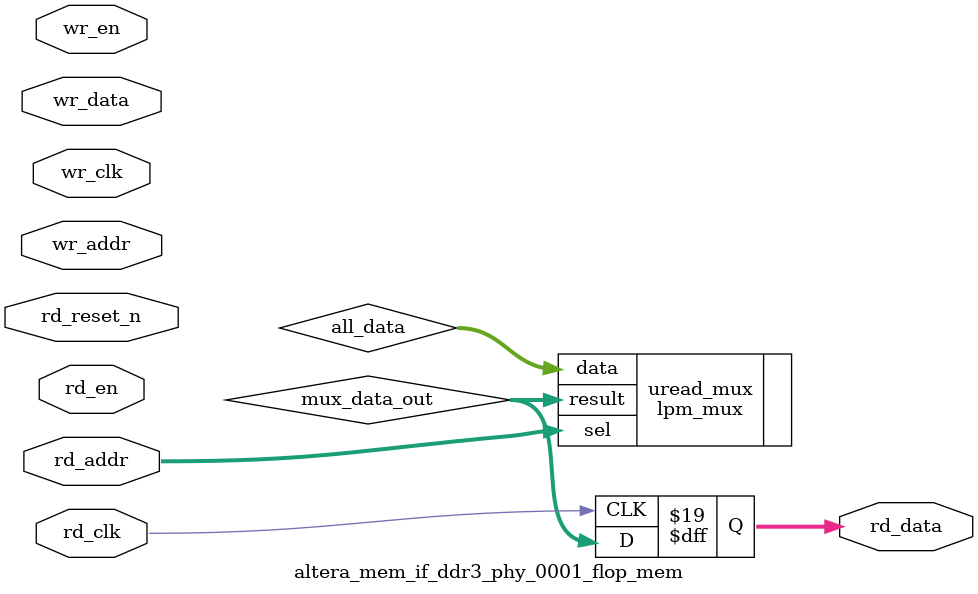
<source format=v>


(* altera_attribute = "-name ALLOW_SYNCH_CTRL_USAGE ON;-name AUTO_CLOCK_ENABLE_RECOGNITION ON" *)
module altera_mem_if_ddr3_phy_0001_flop_mem(
	wr_clk,
	wr_en,
	wr_addr,
	wr_data,
	rd_reset_n,
	rd_clk,
	rd_en,
	rd_addr,
	rd_data
);

parameter WRITE_MEM_DEPTH	= "";
parameter WRITE_ADDR_WIDTH	= "";
parameter WRITE_DATA_WIDTH	= "";
parameter READ_MEM_DEPTH	= "";
parameter READ_ADDR_WIDTH	= "";		 
parameter READ_DATA_WIDTH	= "";


input	wr_clk;
input	wr_en;
input	[WRITE_ADDR_WIDTH-1:0] wr_addr;
input	[WRITE_DATA_WIDTH-1:0] wr_data;
input	rd_reset_n;
input	rd_clk;
input	rd_en;
input	[READ_ADDR_WIDTH-1:0] rd_addr;
output	[READ_DATA_WIDTH-1:0] rd_data;



wire	[WRITE_MEM_DEPTH-1:0] wr_decode;
wire	[WRITE_DATA_WIDTH*WRITE_MEM_DEPTH-1:0] all_data;
wire	[READ_DATA_WIDTH-1:0] mux_data_out;



// declare a memory with WRITE_MEM_DEPTH entries
// each entry contains a data size of WRITE_DATA_WIDTH
reg	[WRITE_DATA_WIDTH-1:0] data_stored [0:WRITE_MEM_DEPTH-1] /* synthesis syn_preserve = 1 */;
reg	[READ_DATA_WIDTH-1:0] rd_data;

always @(posedge wr_clk)
begin
	if(wr_en)
		data_stored[wr_addr] <= wr_data;
end

generate
genvar entry;

	for (entry=0; entry < WRITE_MEM_DEPTH; entry=entry+1)
	begin: mem_location
		assign all_data[(WRITE_DATA_WIDTH*(entry+1)-1) : (WRITE_DATA_WIDTH*entry)] = data_stored[entry]; 
	end
endgenerate

	// mux to select the correct output data based on read address
	lpm_mux	uread_mux(
		.sel (rd_addr),
		.data (all_data),
		.result (mux_data_out)
		// synopsys translate_off
		,
		.aclr (),
		.clken (),
		.clock ()
		// synopsys translate_on
		);
     defparam uread_mux.lpm_size = READ_MEM_DEPTH;
     defparam uread_mux.lpm_type = "LPM_MUX";
     defparam uread_mux.lpm_width = READ_DATA_WIDTH;
     defparam uread_mux.lpm_widths = READ_ADDR_WIDTH;

	always @(posedge rd_clk)	
	begin
		rd_data <= mux_data_out;
	end

endmodule

</source>
